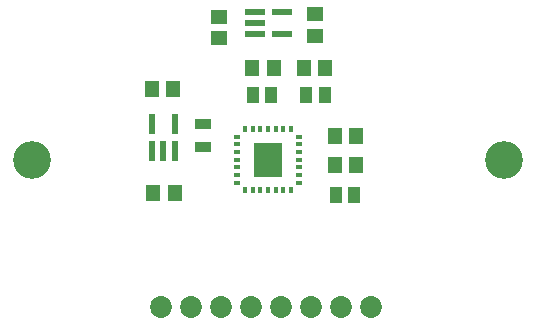
<source format=gbr>
%TF.GenerationSoftware,KiCad,Pcbnew,9.0.2*%
%TF.CreationDate,2025-06-12T16:07:02+02:00*%
%TF.ProjectId,engemil_pmw3901mb,656e6765-6d69-46c5-9f70-6d7733393031,1*%
%TF.SameCoordinates,Original*%
%TF.FileFunction,Soldermask,Top*%
%TF.FilePolarity,Negative*%
%FSLAX46Y46*%
G04 Gerber Fmt 4.6, Leading zero omitted, Abs format (unit mm)*
G04 Created by KiCad (PCBNEW 9.0.2) date 2025-06-12 16:07:02*
%MOMM*%
%LPD*%
G01*
G04 APERTURE LIST*
%ADD10R,0.612132X1.805236*%
%ADD11R,1.020000X1.470000*%
%ADD12R,1.450000X1.150000*%
%ADD13R,1.150000X1.450000*%
%ADD14C,3.200000*%
%ADD15C,1.854000*%
%ADD16R,1.400000X0.950000*%
%ADD17R,1.805236X0.612132*%
%ADD18R,0.406400X0.558800*%
%ADD19R,0.558800X0.406400*%
%ADD20R,2.489200X2.997200*%
G04 APERTURE END LIST*
D10*
%TO.C,U2*%
X140199998Y-114304811D03*
X141149999Y-114304811D03*
X142100000Y-114304811D03*
X142100000Y-112003845D03*
X140199998Y-112003845D03*
%TD*%
D11*
%TO.C,C7*%
X155728445Y-118000000D03*
X157328445Y-118000000D03*
%TD*%
D12*
%TO.C,C3*%
X145822038Y-104696155D03*
X145822038Y-102896155D03*
%TD*%
%TO.C,C4*%
X154000000Y-104500000D03*
X154000000Y-102700000D03*
%TD*%
D13*
%TO.C,C11*%
X150493593Y-107200000D03*
X148693593Y-107200000D03*
%TD*%
D11*
%TO.C,C10*%
X150300000Y-109500000D03*
X148700000Y-109500000D03*
%TD*%
D13*
%TO.C,C5*%
X155700000Y-115496155D03*
X157500000Y-115496155D03*
%TD*%
D14*
%TO.C,H1*%
X130000000Y-115000000D03*
%TD*%
D13*
%TO.C,C6*%
X155700000Y-113000000D03*
X157500000Y-113000000D03*
%TD*%
D14*
%TO.C,H2*%
X170000000Y-115000000D03*
%TD*%
D15*
%TO.C,J1*%
X140938445Y-127500000D03*
X143478445Y-127500000D03*
X146018445Y-127500000D03*
X148558445Y-127500000D03*
X151098445Y-127500000D03*
X153638445Y-127500000D03*
X156178445Y-127500000D03*
X158718445Y-127500000D03*
%TD*%
D13*
%TO.C,C1*%
X142100000Y-117804811D03*
X140300000Y-117804811D03*
%TD*%
%TO.C,C9*%
X153022038Y-107200000D03*
X154822038Y-107200000D03*
%TD*%
%TO.C,C2*%
X142000000Y-109003845D03*
X140200000Y-109003845D03*
%TD*%
D16*
%TO.C,R1*%
X144500000Y-112003845D03*
X144500000Y-113903845D03*
%TD*%
D17*
%TO.C,U3*%
X148870589Y-102500000D03*
X148870589Y-103450001D03*
X148870589Y-104400002D03*
X151171555Y-104400002D03*
X151171555Y-102500000D03*
%TD*%
D11*
%TO.C,C8*%
X153222038Y-109500000D03*
X154822038Y-109500000D03*
%TD*%
D18*
%TO.C,U1*%
X151949958Y-112396500D03*
X151299972Y-112396500D03*
X150649986Y-112396500D03*
X150000000Y-112396500D03*
X149350014Y-112396500D03*
X148700028Y-112396500D03*
X148050042Y-112396500D03*
D19*
X147396500Y-113050042D03*
X147396500Y-113700028D03*
X147396500Y-114350014D03*
X147396500Y-115000000D03*
X147396500Y-115649986D03*
X147396500Y-116299972D03*
X147396500Y-116949958D03*
D18*
X148050042Y-117603500D03*
X148700028Y-117603500D03*
X149350014Y-117603500D03*
X150000000Y-117603500D03*
X150649986Y-117603500D03*
X151299972Y-117603500D03*
X151949958Y-117603500D03*
D19*
X152603500Y-116949958D03*
X152603500Y-116299972D03*
X152603500Y-115649986D03*
X152603500Y-115000000D03*
X152603500Y-114350014D03*
X152603500Y-113700028D03*
X152603500Y-113050042D03*
D20*
X150000000Y-115000000D03*
%TD*%
M02*

</source>
